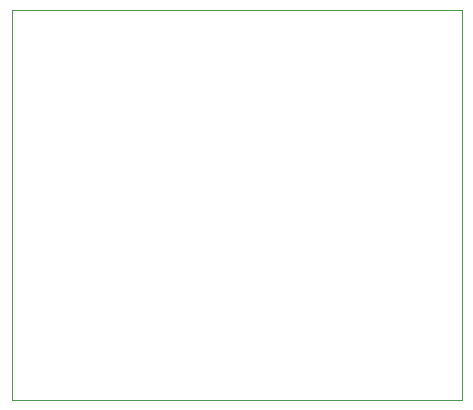
<source format=gbr>
G04 #@! TF.GenerationSoftware,KiCad,Pcbnew,(5.1.5)-3*
G04 #@! TF.CreationDate,2022-02-08T12:26:58-07:00*
G04 #@! TF.ProjectId,lm2596_breakout,6c6d3235-3936-45f6-9272-65616b6f7574,rev?*
G04 #@! TF.SameCoordinates,Original*
G04 #@! TF.FileFunction,Profile,NP*
%FSLAX46Y46*%
G04 Gerber Fmt 4.6, Leading zero omitted, Abs format (unit mm)*
G04 Created by KiCad (PCBNEW (5.1.5)-3) date 2022-02-08 12:26:58*
%MOMM*%
%LPD*%
G04 APERTURE LIST*
%ADD10C,0.050000*%
G04 APERTURE END LIST*
D10*
X50800000Y-134620000D02*
X50800000Y-101600000D01*
X88900000Y-134620000D02*
X50800000Y-134620000D01*
X88900000Y-101600000D02*
X88900000Y-134620000D01*
X50800000Y-101600000D02*
X88900000Y-101600000D01*
M02*

</source>
